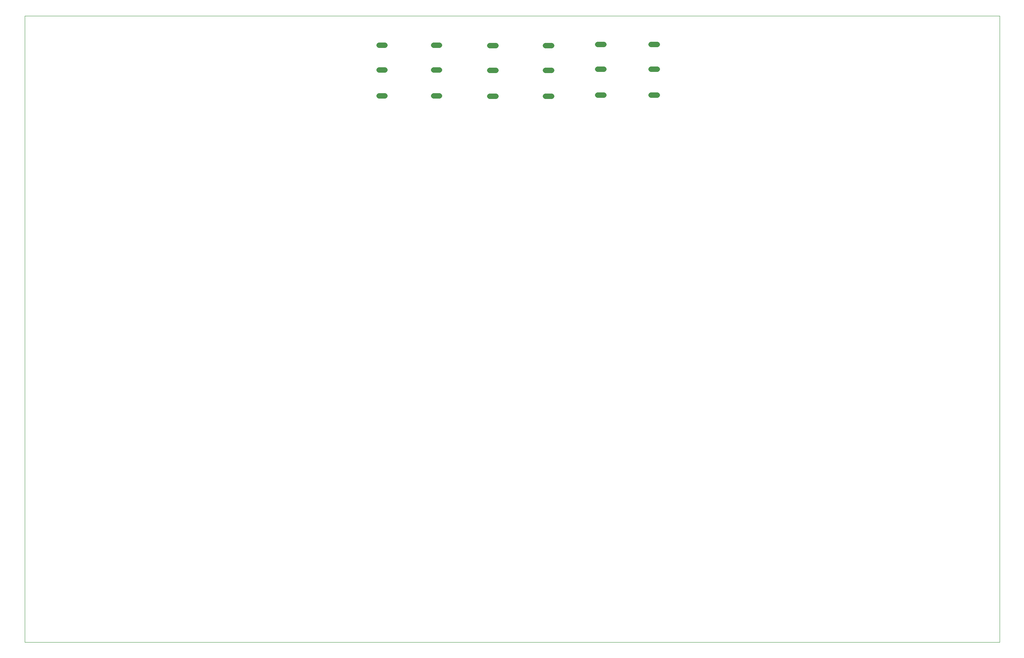
<source format=gko>
G04 Layer: BoardOutlineLayer*
G04 EasyEDA Pro v2.2.35.2, 2025-01-25 12:46:23*
G04 Gerber Generator version 0.3*
G04 Scale: 100 percent, Rotated: No, Reflected: No*
G04 Dimensions in millimeters*
G04 Leading zeros omitted, absolute positions, 4 integers and 5 decimals*
%FSLAX45Y45*%
%MOMM*%
%ADD10C,1.2*%
%ADD11C,0.1*%
G75*


G04 PolygonModel Start*
G54D10*
G01X10171200Y-1786300D02*
G01X10301200Y-1786300D01*
G01X10171200Y-676300D02*
G01X10301200Y-676300D01*
G01X10171200Y-1216300D02*
G01X10301200Y-1216300D01*
G01X12533400Y-1760900D02*
G01X12663400Y-1760900D01*
G01X12533400Y-650900D02*
G01X12663400Y-650900D01*
G01X12533400Y-1190900D02*
G01X12663400Y-1190900D01*
G01X13701800Y-1760900D02*
G01X13831800Y-1760900D01*
G01X13701800Y-650900D02*
G01X13831800Y-650900D01*
G01X13701800Y-1190900D02*
G01X13831800Y-1190900D01*
G01X11390400Y-1786300D02*
G01X11520400Y-1786300D01*
G01X11390400Y-676300D02*
G01X11520400Y-676300D01*
G01X11390400Y-1216300D02*
G01X11520400Y-1216300D01*
G01X8939300Y-1773600D02*
G01X9069300Y-1773600D01*
G01X8939300Y-663600D02*
G01X9069300Y-663600D01*
G01X8939300Y-1203600D02*
G01X9069300Y-1203600D01*
G01X7745500Y-1773600D02*
G01X7875500Y-1773600D01*
G01X7745500Y-663600D02*
G01X7875500Y-663600D01*
G01X7745500Y-1203600D02*
G01X7875500Y-1203600D01*
G54D11*
G01X-12000Y-13736100D02*
G01X21324000Y-13736100D01*
G01X21324000Y-20100D01*
G01X-12000Y-20100D01*
G01X-12000Y-13736100D01*

M02*


</source>
